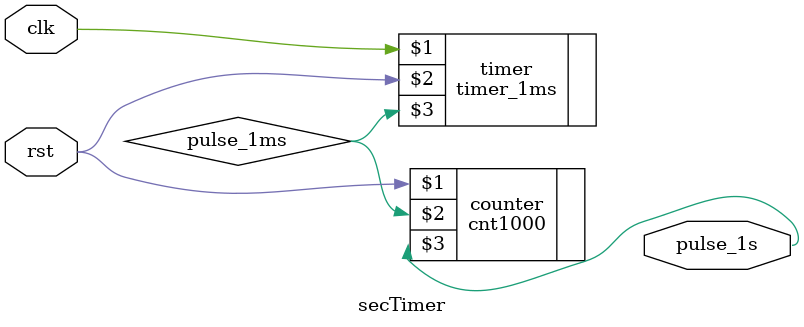
<source format=v>

module secTimer(clk, rst, pulse_1s);
    input clk, rst;
    output pulse_1s;
    wire pulse_1ms;

    cnt1000 counter (rst, pulse_1ms, pulse_1s);
    timer_1ms timer (clk, rst, pulse_1ms);
endmodule

</source>
